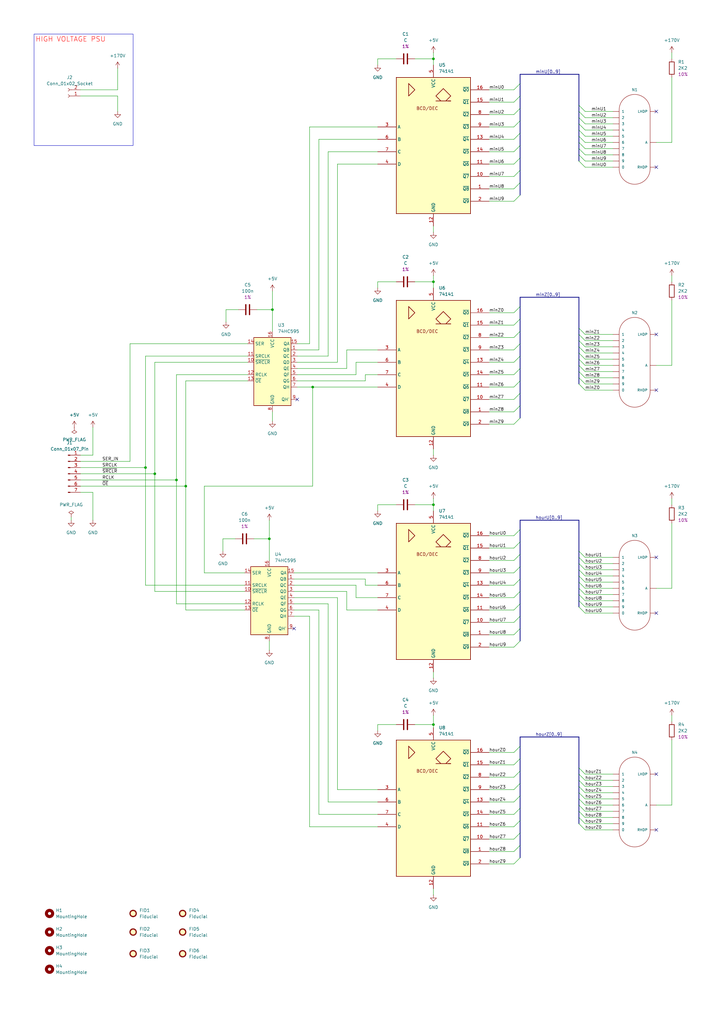
<source format=kicad_sch>
(kicad_sch (version 20231120) (generator "eeschema") (generator_version "8.0")
  (paper "A3" portrait)
  (title_block (title "RASPBERRY PI PICO NIXIE CLOCK") (date "2024-07-27") (rev "A") (comment 1 "Author: Octavian Ionut Craciun"))
  (lib_symbols
    (symbol "74xx:74HC595"
      (property "Reference" "U" (at -7.62 13.97 0))
      (property "Value" "74HC595" (at -7.62 -16.51 0))
      (symbol "74HC595_1_0"
        (pin tri_state line (at 10.16 7.62 180) (length 2.54) (name "QB") (number "1"))
        (pin input line (at -10.16 2.54 0) (length 2.54) (name "~{SRCLR}") (number "10"))
        (pin input line (at -10.16 5.08 0) (length 2.54) (name "SRCLK") (number "11"))
        (pin input line (at -10.16 -2.54 0) (length 2.54) (name "RCLK") (number "12"))
        (pin input line (at -10.16 -5.08 0) (length 2.54) (name "~{OE}") (number "13"))
        (pin input line (at -10.16 10.16 0) (length 2.54) (name "SER") (number "14"))
        (pin tri_state line (at 10.16 10.16 180) (length 2.54) (name "QA") (number "15"))
        (pin power_in line (at 0 15.24 270) (length 2.54) (name "VCC") (number "16"))
        (pin tri_state line (at 10.16 5.08 180) (length 2.54) (name "QC") (number "2"))
        (pin tri_state line (at 10.16 2.54 180) (length 2.54) (name "QD") (number "3"))
        (pin tri_state line (at 10.16 0 180) (length 2.54) (name "QE") (number "4"))
        (pin tri_state line (at 10.16 -2.54 180) (length 2.54) (name "QF") (number "5"))
        (pin tri_state line (at 10.16 -5.08 180) (length 2.54) (name "QG") (number "6"))
        (pin tri_state line (at 10.16 -7.62 180) (length 2.54) (name "QH") (number "7"))
        (pin power_in line (at 0 -17.78 90) (length 2.54) (name "GND") (number "8"))
        (pin output line (at 10.16 -12.7 180) (length 2.54) (name "QH'") (number "9"))
      )
      (symbol "74HC595_1_1"
        (rectangle (start -7.62 12.7) (end 7.62 -15.24) (stroke (width 0.254)) (fill (type background)))
      )
    )
    (symbol "74xx_IEEE:74141"
      (property "Reference" "U" (at 0 0 0))
      (property "Value" "74141" (at 15.24 -30.48 0))
      (symbol "74141_0_0"
        (polyline (pts (xy 7.112 18.288) (xy 6.096 18.288) (xy 6.096 18.288)) (stroke (width 0.254)) (fill (type background)))
        (polyline (pts (xy -10.16 25.4) (xy -10.16 20.32) (xy -7.62 22.86) (xy -10.16 25.4) (xy -10.16 25.4)) (stroke (width 0.254)) (fill (type background)))
        (polyline (pts (xy 5.08 18.288) (xy 7.112 20.32) (xy 4.064 23.368) (xy 1.016 20.32) (xy 3.048 18.288) (xy 1.016 18.288) (xy 7.112 18.288)) (stroke (width 0.254)) (fill (type background)))
        (text "BCD/DEC" (at -2.54 15.24 0) (effects (font (size 1.27 1.27))))
        (pin power_in line (at 0 -33.02 90) (length 5.08) (name "GND") (number "12"))
        (pin power_in line (at 0 33.02 270) (length 5.08) (name "VCC") (number "5"))
      )
      (symbol "74141_0_1"
        (rectangle (start -15.24 27.94) (end 15.24 -27.94) (stroke (width 0.254)) (fill (type background)))
      )
      (symbol "74141_1_1"
        (pin open_collector line (at 22.86 -17.78 180) (length 7.62) (name "~{Q8}") (number "1"))
        (pin open_collector line (at 22.86 -12.7 180) (length 7.62) (name "~{Q7}") (number "10"))
        (pin open_collector line (at 22.86 -7.62 180) (length 7.62) (name "~{Q6}") (number "11"))
        (pin open_collector line (at 22.86 2.54 180) (length 7.62) (name "~{Q4}") (number "13"))
        (pin open_collector line (at 22.86 -2.54 180) (length 7.62) (name "~{Q5}") (number "14"))
        (pin open_collector line (at 22.86 17.78 180) (length 7.62) (name "~{Q1}") (number "15"))
        (pin open_collector line (at 22.86 22.86 180) (length 7.62) (name "~{Q0}") (number "16"))
        (pin open_collector line (at 22.86 -22.86 180) (length 7.62) (name "~{Q9}") (number "2"))
        (pin input line (at -22.86 7.62 0) (length 7.62) (name "A") (number "3"))
        (pin input line (at -22.86 -7.62 0) (length 7.62) (name "D") (number "4"))
        (pin input line (at -22.86 2.54 0) (length 7.62) (name "B") (number "6"))
        (pin input line (at -22.86 -2.54 0) (length 7.62) (name "C") (number "7"))
        (pin open_collector line (at 22.86 12.7 180) (length 7.62) (name "~{Q2}") (number "8"))
        (pin open_collector line (at 22.86 7.62 180) (length 7.62) (name "~{Q3}") (number "9"))
      )
    )
    (symbol "Connector:Conn_01x02_Socket" (pin_names (offset 1.016) hide)
      (property "Reference" "J" (at 0 2.54 0))
      (property "Value" "Conn_01x02_Socket" (at 0 -5.08 0))
      (symbol "Conn_01x02_Socket_1_1"
        (arc (start 0 -2.032) (mid -0.5058 -2.54) (end 0 -3.048) (stroke (width 0.1524)))
        (polyline (pts (xy -1.27 -2.54) (xy -0.508 -2.54)) (stroke (width 0.1524)))
        (polyline (pts (xy -1.27 0) (xy -0.508 0)) (stroke (width 0.1524)))
        (arc (start 0 0.508) (mid -0.5058 0) (end 0 -0.508) (stroke (width 0.1524)))
        (pin passive line (at -5.08 0 0) (length 3.81) (name "Pin_1") (number "1"))
        (pin passive line (at -5.08 -2.54 0) (length 3.81) (name "Pin_2") (number "2"))
      )
    )
    (symbol "Connector:Conn_01x07_Pin" (pin_names (offset 1.016) hide)
      (property "Reference" "J" (at 0 10.16 0))
      (property "Value" "Conn_01x07_Pin" (at 0 -10.16 0))
      (symbol "Conn_01x07_Pin_1_1"
        (polyline (pts (xy 1.27 -7.62) (xy 0.8636 -7.62)) (stroke (width 0.1524)))
        (polyline (pts (xy 1.27 -5.08) (xy 0.8636 -5.08)) (stroke (width 0.1524)))
        (polyline (pts (xy 1.27 -2.54) (xy 0.8636 -2.54)) (stroke (width 0.1524)))
        (polyline (pts (xy 1.27 0) (xy 0.8636 0)) (stroke (width 0.1524)))
        (polyline (pts (xy 1.27 2.54) (xy 0.8636 2.54)) (stroke (width 0.1524)))
        (polyline (pts (xy 1.27 5.08) (xy 0.8636 5.08)) (stroke (width 0.1524)))
        (polyline (pts (xy 1.27 7.62) (xy 0.8636 7.62)) (stroke (width 0.1524)))
        (rectangle (start 0.8636 -7.493) (end 0 -7.747) (stroke (width 0.1524)) (fill (type outline)))
        (rectangle (start 0.8636 -4.953) (end 0 -5.207) (stroke (width 0.1524)) (fill (type outline)))
        (rectangle (start 0.8636 -2.413) (end 0 -2.667) (stroke (width 0.1524)) (fill (type outline)))
        (rectangle (start 0.8636 0.127) (end 0 -0.127) (stroke (width 0.1524)) (fill (type outline)))
        (rectangle (start 0.8636 2.667) (end 0 2.413) (stroke (width 0.1524)) (fill (type outline)))
        (rectangle (start 0.8636 5.207) (end 0 4.953) (stroke (width 0.1524)) (fill (type outline)))
        (rectangle (start 0.8636 7.747) (end 0 7.493) (stroke (width 0.1524)) (fill (type outline)))
        (pin passive line (at 5.08 7.62 180) (length 3.81) (name "Pin_1") (number "1"))
        (pin passive line (at 5.08 5.08 180) (length 3.81) (name "Pin_2") (number "2"))
        (pin passive line (at 5.08 2.54 180) (length 3.81) (name "Pin_3") (number "3"))
        (pin passive line (at 5.08 0 180) (length 3.81) (name "Pin_4") (number "4"))
        (pin passive line (at 5.08 -2.54 180) (length 3.81) (name "Pin_5") (number "5"))
        (pin passive line (at 5.08 -5.08 180) (length 3.81) (name "Pin_6") (number "6"))
        (pin passive line (at 5.08 -7.62 180) (length 3.81) (name "Pin_7") (number "7"))
      )
    )
    (symbol "Device:C" (pin_numbers hide) (pin_names (offset 0.254))
      (property "Reference" "C" (at 0.635 2.54 0))
      (property "Value" "C" (at 0.635 -2.54 0))
      (property "Tolerance" "1%" (at -2.286 2.286 0))
      (symbol "C_0_1"
        (polyline (pts (xy -2.032 -0.762) (xy 2.032 -0.762)) (stroke (width 0.508)))
        (polyline (pts (xy -2.032 0.762) (xy 2.032 0.762)) (stroke (width 0.508)))
      )
      (symbol "C_1_1"
        (pin passive line (at 0 3.81 270) (length 2.794) (name "~") (number "1"))
        (pin passive line (at 0 -3.81 90) (length 2.794) (name "~") (number "2"))
      )
    )
    (symbol "Device:R" (pin_numbers hide) (pin_names (offset 0))
      (property "Reference" "R" (at 2.032 0 90))
      (property "Value" "R" (at 0 0 90))
      (property "Tolerance" "1%" (at 0 0 0))
      (symbol "R_0_1"
        (rectangle (start -1.016 -2.54) (end 1.016 2.54) (stroke (width 0.254)))
      )
      (symbol "R_1_1"
        (pin passive line (at 0 3.81 270) (length 1.27) (name "~") (number "1"))
        (pin passive line (at 0 -3.81 90) (length 1.27) (name "~") (number "2"))
      )
    )
    (symbol "Mechanical:Fiducial" (exclude_from_sim yes) (in_bom no)
      (property "Reference" "FID" (at 0 5.08 0))
      (property "Value" "Fiducial" (at 0 3.175 0))
      (symbol "Fiducial_0_1"
        (circle (center 0 0) (radius 1.27) (stroke (width 0.508)) (fill (type background)))
      )
    )
    (symbol "Mechanical:MountingHole" (pin_names (offset 1.016)) (exclude_from_sim yes) (in_bom no)
      (property "Reference" "H" (at 0 5.08 0))
      (property "Value" "MountingHole" (at 0 3.175 0))
      (symbol "MountingHole_0_1"
        (circle (center 0 0) (radius 1.27) (stroke (width 1.27)))
      )
    )
    (symbol "nixie_us:IN-14" (pin_numbers hide) (pin_names (offset 1.016))
      (property "Reference" "N" (at -2.54 18.415 0))
      (symbol "IN-14_1_0"
        (polyline (pts (xy -5.08 -13.335) (xy -5.08 10.795)))
        (polyline (pts (xy 7.62 -13.335) (xy 7.62 10.795)))
      )
      (symbol "IN-14_1_1"
        (arc (start -5.08 -13.335) (mid 1.27 -19.685) (end 7.62 -13.335))
        (arc (start 7.62 10.795) (mid 1.27 17.145) (end -5.08 10.795))
        (pin bidirectional line (at -7.62 -12.7 0) (length 2.54) (name "0") (number "0"))
        (pin bidirectional line (at -7.62 10.16 0) (length 2.54) (name "1") (number "1"))
        (pin bidirectional line (at -7.62 7.62 0) (length 2.54) (name "2") (number "2"))
        (pin bidirectional line (at -7.62 5.08 0) (length 2.54) (name "3") (number "3"))
        (pin bidirectional line (at -7.62 2.54 0) (length 2.54) (name "4") (number "4"))
        (pin bidirectional line (at -7.62 0 0) (length 2.54) (name "5") (number "5"))
        (pin bidirectional line (at -7.62 -2.54 0) (length 2.54) (name "6") (number "6"))
        (pin bidirectional line (at -7.62 -5.08 0) (length 2.54) (name "7") (number "7"))
        (pin bidirectional line (at -7.62 -7.62 0) (length 2.54) (name "8") (number "8"))
        (pin bidirectional line (at -7.62 -10.16 0) (length 2.54) (name "9") (number "9"))
        (pin bidirectional line (at 10.16 -2.54 180) (length 2.54) (name "A") (number "A"))
        (pin bidirectional line (at 10.16 10.16 180) (length 2.54) (name "LHDP") (number "LHDP"))
        (pin bidirectional line (at 10.16 -12.7 180) (length 2.54) (name "RHDP") (number "RHDP"))
      )
    )
    (symbol "power:+48V" (power) (pin_numbers hide) (pin_names (offset 0) hide)
      (property "Value" "+48V" (at 0 3.556 0))
      (symbol "+48V_0_1"
        (polyline (pts (xy -0.762 1.27) (xy 0 2.54)))
        (polyline (pts (xy 0 0) (xy 0 2.54)))
        (polyline (pts (xy 0 2.54) (xy 0.762 1.27)))
      )
      (symbol "+48V_1_1"
        (pin power_in line (at 0 0 90) (length 0) (name "~") (number "1"))
      )
    )
    (symbol "power:+5V" (power) (pin_numbers hide) (pin_names (offset 0) hide)
      (property "Value" "+5V" (at 0 3.556 0))
      (symbol "+5V_0_1"
        (polyline (pts (xy -0.762 1.27) (xy 0 2.54)))
        (polyline (pts (xy 0 0) (xy 0 2.54)))
        (polyline (pts (xy 0 2.54) (xy 0.762 1.27)))
      )
      (symbol "+5V_1_1"
        (pin power_in line (at 0 0 90) (length 0) (name "~") (number "1"))
      )
    )
    (symbol "power:GND" (power) (pin_numbers hide) (pin_names (offset 0) hide)
      (property "Value" "GND" (at 0 -3.81 0))
      (symbol "GND_0_1"
        (polyline (pts (xy 0 0) (xy 0 -1.27) (xy 1.27 -1.27) (xy 0 -2.54) (xy -1.27 -1.27) (xy 0 -1.27)))
      )
      (symbol "GND_1_1"
        (pin power_in line (at 0 0 270) (length 0) (name "~") (number "1"))
      )
    )
    (symbol "power:PWR_FLAG" (power) (pin_numbers hide) (pin_names (offset 0) hide)
      (property "Value" "PWR_FLAG" (at 0 3.81 0))
      (symbol "PWR_FLAG_0_0"
        (pin power_out line (at 0 0 90) (length 0) (name "~") (number "1"))
      )
      (symbol "PWR_FLAG_0_1"
        (polyline (pts (xy 0 0) (xy 0 1.27) (xy -1.016 1.905) (xy 0 2.54) (xy 1.016 1.905) (xy 0 1.27)))
      )
    )
  )
  (junction (at 110.49 220.98))
  (junction (at 59.69 191.77))
  (junction (at 177.8 297.18))
  (junction (at 111.76 127))
  (junction (at 177.8 115.57))
  (junction (at 177.8 24.13))
  (junction (at 76.2 199.39))
  (junction (at 72.39 196.85))
  (junction (at 128.27 158.75))
  (junction (at 63.5 194.31))
  (junction (at 177.8 207.01))
  (no_connect (at 269.24 228.6))
  (no_connect (at 269.24 137.16))
  (no_connect (at 269.24 317.5))
  (no_connect (at 269.24 340.36))
  (no_connect (at 121.92 163.83))
  (no_connect (at 269.24 45.72))
  (no_connect (at 269.24 68.58))
  (no_connect (at 269.24 160.02))
  (no_connect (at 269.24 251.46))
  (no_connect (at 120.65 257.81))
  (bus_entry (at 213.36 59.69) (size -2.54 2.54))
  (bus_entry (at 213.36 306.07) (size -2.54 2.54))
  (bus_entry (at 213.36 161.29) (size -2.54 2.54))
  (bus_entry (at 237.49 231.14) (size 2.54 2.54))
  (bus_entry (at 237.49 246.38) (size 2.54 2.54))
  (bus_entry (at 237.49 137.16) (size 2.54 2.54))
  (bus_entry (at 213.36 262.89) (size -2.54 2.54))
  (bus_entry (at 237.49 66.04) (size 2.54 2.54))
  (bus_entry (at 213.36 140.97) (size -2.54 2.54))
  (bus_entry (at 213.36 130.81) (size -2.54 2.54))
  (bus_entry (at 237.49 45.72) (size 2.54 2.54))
  (bus_entry (at 213.36 247.65) (size -2.54 2.54))
  (bus_entry (at 237.49 325.12) (size 2.54 2.54))
  (bus_entry (at 237.49 55.88) (size 2.54 2.54))
  (bus_entry (at 213.36 151.13) (size -2.54 2.54))
  (bus_entry (at 213.36 237.49) (size -2.54 2.54))
  (bus_entry (at 213.36 351.79) (size -2.54 2.54))
  (bus_entry (at 237.49 43.18) (size 2.54 2.54))
  (bus_entry (at 237.49 154.94) (size 2.54 2.54))
  (bus_entry (at 237.49 236.22) (size 2.54 2.54))
  (bus_entry (at 237.49 241.3) (size 2.54 2.54))
  (bus_entry (at 213.36 346.71) (size -2.54 2.54))
  (bus_entry (at 213.36 257.81) (size -2.54 2.54))
  (bus_entry (at 237.49 149.86) (size 2.54 2.54))
  (bus_entry (at 237.49 320.04) (size 2.54 2.54))
  (bus_entry (at 213.36 156.21) (size -2.54 2.54))
  (bus_entry (at 237.49 314.96) (size 2.54 2.54))
  (bus_entry (at 213.36 232.41) (size -2.54 2.54))
  (bus_entry (at 213.36 336.55) (size -2.54 2.54))
  (bus_entry (at 213.36 171.45) (size -2.54 2.54))
  (bus_entry (at 213.36 44.45) (size -2.54 2.54))
  (bus_entry (at 237.49 238.76) (size 2.54 2.54))
  (bus_entry (at 237.49 337.82) (size 2.54 2.54))
  (bus_entry (at 237.49 228.6) (size 2.54 2.54))
  (bus_entry (at 237.49 327.66) (size 2.54 2.54))
  (bus_entry (at 213.36 146.05) (size -2.54 2.54))
  (bus_entry (at 237.49 139.7) (size 2.54 2.54))
  (bus_entry (at 213.36 166.37) (size -2.54 2.54))
  (bus_entry (at 237.49 134.62) (size 2.54 2.54))
  (bus_entry (at 237.49 144.78) (size 2.54 2.54))
  (bus_entry (at 237.49 50.8) (size 2.54 2.54))
  (bus_entry (at 213.36 252.73) (size -2.54 2.54))
  (bus_entry (at 237.49 157.48) (size 2.54 2.54))
  (bus_entry (at 213.36 69.85) (size -2.54 2.54))
  (bus_entry (at 237.49 330.2) (size 2.54 2.54))
  (bus_entry (at 237.49 147.32) (size 2.54 2.54))
  (bus_entry (at 237.49 60.96) (size 2.54 2.54))
  (bus_entry (at 213.36 326.39) (size -2.54 2.54))
  (bus_entry (at 237.49 322.58) (size 2.54 2.54))
  (bus_entry (at 213.36 311.15) (size -2.54 2.54))
  (bus_entry (at 213.36 34.29) (size -2.54 2.54))
  (bus_entry (at 237.49 48.26) (size 2.54 2.54))
  (bus_entry (at 213.36 64.77) (size -2.54 2.54))
  (bus_entry (at 213.36 135.89) (size -2.54 2.54))
  (bus_entry (at 237.49 248.92) (size 2.54 2.54))
  (bus_entry (at 213.36 321.31) (size -2.54 2.54))
  (bus_entry (at 213.36 125.73) (size -2.54 2.54))
  (bus_entry (at 213.36 316.23) (size -2.54 2.54))
  (bus_entry (at 237.49 243.84) (size 2.54 2.54))
  (bus_entry (at 237.49 152.4) (size 2.54 2.54))
  (bus_entry (at 213.36 217.17) (size -2.54 2.54))
  (bus_entry (at 237.49 53.34) (size 2.54 2.54))
  (bus_entry (at 213.36 341.63) (size -2.54 2.54))
  (bus_entry (at 213.36 227.33) (size -2.54 2.54))
  (bus_entry (at 237.49 142.24) (size 2.54 2.54))
  (bus_entry (at 237.49 332.74) (size 2.54 2.54))
  (bus_entry (at 237.49 63.5) (size 2.54 2.54))
  (bus_entry (at 237.49 335.28) (size 2.54 2.54))
  (bus_entry (at 213.36 242.57) (size -2.54 2.54))
  (bus_entry (at 213.36 74.93) (size -2.54 2.54))
  (bus_entry (at 213.36 39.37) (size -2.54 2.54))
  (bus_entry (at 237.49 317.5) (size 2.54 2.54))
  (bus_entry (at 213.36 80.01) (size -2.54 2.54))
  (bus_entry (at 237.49 58.42) (size 2.54 2.54))
  (bus_entry (at 213.36 222.25) (size -2.54 2.54))
  (bus_entry (at 237.49 233.68) (size 2.54 2.54))
  (bus_entry (at 213.36 54.61) (size -2.54 2.54))
  (bus_entry (at 237.49 226.06) (size 2.54 2.54))
  (bus_entry (at 213.36 331.47) (size -2.54 2.54))
  (bus_entry (at 213.36 49.53) (size -2.54 2.54))
  (wire (pts (xy 200.66 72.39) (xy 210.82 72.39)))
  (bus (pts (xy 237.49 238.76) (xy 237.49 241.3)))
  (wire (pts (xy 269.24 330.2) (xy 275.59 330.2)))
  (bus (pts (xy 237.49 154.94) (xy 237.49 157.48)))
  (bus (pts (xy 213.36 306.07) (xy 213.36 302.26)))
  (bus (pts (xy 213.36 171.45) (xy 213.36 166.37)))
  (wire (pts (xy 240.03 243.84) (xy 251.46 243.84)))
  (wire (pts (xy 130.81 57.15) (xy 130.81 143.51)))
  (wire (pts (xy 120.65 242.57) (xy 142.24 242.57)))
  (wire (pts (xy 177.8 364.49) (xy 177.8 367.03)))
  (wire (pts (xy 76.2 156.21) (xy 76.2 199.39)))
  (bus (pts (xy 213.36 351.79) (xy 213.36 346.71)))
  (wire (pts (xy 200.66 250.19) (xy 210.82 250.19)))
  (wire (pts (xy 128.27 158.75) (xy 128.27 199.39)))
  (wire (pts (xy 154.94 57.15) (xy 130.81 57.15)))
  (bus (pts (xy 237.49 246.38) (xy 237.49 248.92)))
  (wire (pts (xy 275.59 214.63) (xy 275.59 241.3)))
  (wire (pts (xy 149.86 240.03) (xy 154.94 240.03)))
  (bus (pts (xy 237.49 63.5) (xy 237.49 66.04)))
  (wire (pts (xy 138.43 245.11) (xy 138.43 323.85)))
  (wire (pts (xy 76.2 199.39) (xy 76.2 250.19)))
  (wire (pts (xy 100.33 234.95) (xy 83.82 234.95)))
  (wire (pts (xy 154.94 148.59) (xy 146.05 148.59)))
  (bus (pts (xy 237.49 152.4) (xy 237.49 154.94)))
  (wire (pts (xy 240.03 55.88) (xy 251.46 55.88)))
  (wire (pts (xy 100.33 240.03) (xy 59.69 240.03)))
  (wire (pts (xy 240.03 66.04) (xy 251.46 66.04)))
  (wire (pts (xy 240.03 160.02) (xy 251.46 160.02)))
  (wire (pts (xy 110.49 213.36) (xy 110.49 220.98)))
  (bus (pts (xy 213.36 321.31) (xy 213.36 316.23)))
  (wire (pts (xy 240.03 335.28) (xy 251.46 335.28)))
  (wire (pts (xy 240.03 157.48) (xy 251.46 157.48)))
  (wire (pts (xy 105.41 127) (xy 111.76 127)))
  (wire (pts (xy 96.52 220.98) (xy 91.44 220.98)))
  (wire (pts (xy 149.86 237.49) (xy 149.86 240.03)))
  (bus (pts (xy 213.36 341.63) (xy 213.36 336.55)))
  (wire (pts (xy 240.03 152.4) (xy 251.46 152.4)))
  (wire (pts (xy 127 339.09) (xy 127 252.73)))
  (wire (pts (xy 240.03 48.26) (xy 251.46 48.26)))
  (bus (pts (xy 213.36 213.36) (xy 237.49 213.36)))
  (wire (pts (xy 33.02 39.37) (xy 48.26 39.37)))
  (bus (pts (xy 237.49 213.36) (xy 237.49 226.06)))
  (wire (pts (xy 240.03 325.12) (xy 251.46 325.12)))
  (wire (pts (xy 121.92 156.21) (xy 149.86 156.21)))
  (wire (pts (xy 200.66 344.17) (xy 210.82 344.17)))
  (wire (pts (xy 142.24 151.13) (xy 142.24 143.51)))
  (wire (pts (xy 275.59 21.59) (xy 275.59 24.13)))
  (wire (pts (xy 240.03 154.94) (xy 251.46 154.94)))
  (wire (pts (xy 240.03 58.42) (xy 251.46 58.42)))
  (bus (pts (xy 213.36 121.92) (xy 237.49 121.92)))
  (bus (pts (xy 213.36 39.37) (xy 213.36 34.29)))
  (bus (pts (xy 237.49 332.74) (xy 237.49 335.28)))
  (wire (pts (xy 53.34 189.23) (xy 53.34 140.97)))
  (wire (pts (xy 154.94 328.93) (xy 134.62 328.93)))
  (bus (pts (xy 213.36 302.26) (xy 237.49 302.26)))
  (wire (pts (xy 48.26 39.37) (xy 48.26 45.72)))
  (wire (pts (xy 120.65 245.11) (xy 138.43 245.11)))
  (wire (pts (xy 121.92 140.97) (xy 127 140.97)))
  (bus (pts (xy 237.49 58.42) (xy 237.49 60.96)))
  (wire (pts (xy 200.66 77.47) (xy 210.82 77.47)))
  (wire (pts (xy 240.03 317.5) (xy 251.46 317.5)))
  (wire (pts (xy 200.66 229.87) (xy 210.82 229.87)))
  (bus (pts (xy 213.36 237.49) (xy 213.36 232.41)))
  (wire (pts (xy 130.81 334.01) (xy 154.94 334.01)))
  (bus (pts (xy 237.49 139.7) (xy 237.49 142.24)))
  (wire (pts (xy 33.02 189.23) (xy 53.34 189.23)))
  (bus (pts (xy 237.49 317.5) (xy 237.49 320.04)))
  (wire (pts (xy 200.66 153.67) (xy 210.82 153.67)))
  (wire (pts (xy 38.1 201.93) (xy 38.1 213.36)))
  (wire (pts (xy 210.82 354.33) (xy 200.66 354.33)))
  (bus (pts (xy 237.49 233.68) (xy 237.49 236.22)))
  (wire (pts (xy 91.44 220.98) (xy 91.44 226.06)))
  (wire (pts (xy 275.59 31.75) (xy 275.59 58.42)))
  (wire (pts (xy 142.24 250.19) (xy 154.94 250.19)))
  (wire (pts (xy 200.66 133.35) (xy 210.82 133.35)))
  (wire (pts (xy 275.59 204.47) (xy 275.59 207.01)))
  (wire (pts (xy 127 52.07) (xy 154.94 52.07)))
  (wire (pts (xy 275.59 293.37) (xy 275.59 295.91)))
  (wire (pts (xy 83.82 234.95) (xy 83.82 199.39)))
  (bus (pts (xy 237.49 147.32) (xy 237.49 149.86)))
  (bus (pts (xy 237.49 60.96) (xy 237.49 63.5)))
  (wire (pts (xy 154.94 24.13) (xy 162.56 24.13)))
  (wire (pts (xy 200.66 328.93) (xy 210.82 328.93)))
  (bus (pts (xy 237.49 121.92) (xy 237.49 134.62)))
  (bus (pts (xy 213.36 125.73) (xy 213.36 121.92)))
  (wire (pts (xy 200.66 41.91) (xy 210.82 41.91)))
  (wire (pts (xy 154.94 26.67) (xy 154.94 24.13)))
  (bus (pts (xy 237.49 241.3) (xy 237.49 243.84)))
  (bus (pts (xy 213.36 252.73) (xy 213.36 247.65)))
  (wire (pts (xy 110.49 262.89) (xy 110.49 266.7)))
  (bus (pts (xy 213.36 130.81) (xy 213.36 125.73)))
  (wire (pts (xy 33.02 194.31) (xy 63.5 194.31)))
  (wire (pts (xy 59.69 191.77) (xy 59.69 240.03)))
  (bus (pts (xy 237.49 48.26) (xy 237.49 50.8)))
  (bus (pts (xy 213.36 151.13) (xy 213.36 146.05)))
  (bus (pts (xy 213.36 222.25) (xy 213.36 217.17)))
  (bus (pts (xy 213.36 64.77) (xy 213.36 59.69)))
  (wire (pts (xy 48.26 27.94) (xy 48.26 36.83)))
  (bus (pts (xy 213.36 140.97) (xy 213.36 135.89)))
  (wire (pts (xy 154.94 299.72) (xy 154.94 297.18)))
  (wire (pts (xy 134.62 146.05) (xy 134.62 62.23)))
  (wire (pts (xy 240.03 320.04) (xy 251.46 320.04)))
  (wire (pts (xy 63.5 194.31) (xy 63.5 242.57)))
  (wire (pts (xy 149.86 156.21) (xy 149.86 153.67)))
  (wire (pts (xy 154.94 115.57) (xy 162.56 115.57)))
  (wire (pts (xy 130.81 143.51) (xy 121.92 143.51)))
  (wire (pts (xy 142.24 242.57) (xy 142.24 250.19)))
  (wire (pts (xy 240.03 236.22) (xy 251.46 236.22)))
  (wire (pts (xy 200.66 240.03) (xy 210.82 240.03)))
  (bus (pts (xy 213.36 49.53) (xy 213.36 44.45)))
  (wire (pts (xy 200.66 219.71) (xy 210.82 219.71)))
  (wire (pts (xy 154.94 245.11) (xy 146.05 245.11)))
  (wire (pts (xy 240.03 332.74) (xy 251.46 332.74)))
  (wire (pts (xy 269.24 58.42) (xy 275.59 58.42)))
  (wire (pts (xy 111.76 168.91) (xy 111.76 172.72)))
  (wire (pts (xy 240.03 142.24) (xy 251.46 142.24)))
  (bus (pts (xy 237.49 320.04) (xy 237.49 322.58)))
  (wire (pts (xy 33.02 199.39) (xy 76.2 199.39)))
  (wire (pts (xy 154.94 339.09) (xy 127 339.09)))
  (wire (pts (xy 200.66 349.25) (xy 210.82 349.25)))
  (wire (pts (xy 177.8 275.59) (xy 177.8 278.13)))
  (wire (pts (xy 177.8 24.13) (xy 170.18 24.13)))
  (bus (pts (xy 237.49 142.24) (xy 237.49 144.78)))
  (bus (pts (xy 237.49 327.66) (xy 237.49 330.2)))
  (bus (pts (xy 237.49 43.18) (xy 237.49 45.72)))
  (wire (pts (xy 240.03 246.38) (xy 251.46 246.38)))
  (wire (pts (xy 59.69 146.05) (xy 59.69 191.77)))
  (wire (pts (xy 177.8 92.71) (xy 177.8 95.25)))
  (bus (pts (xy 213.36 311.15) (xy 213.36 306.07)))
  (wire (pts (xy 120.65 234.95) (xy 154.94 234.95)))
  (wire (pts (xy 121.92 158.75) (xy 128.27 158.75)))
  (wire (pts (xy 120.65 250.19) (xy 130.81 250.19)))
  (bus (pts (xy 213.36 326.39) (xy 213.36 321.31)))
  (bus (pts (xy 213.36 257.81) (xy 213.36 252.73)))
  (wire (pts (xy 200.66 143.51) (xy 210.82 143.51)))
  (bus (pts (xy 213.36 227.33) (xy 213.36 222.25)))
  (wire (pts (xy 146.05 153.67) (xy 121.92 153.67)))
  (bus (pts (xy 213.36 34.29) (xy 213.36 30.48)))
  (wire (pts (xy 154.94 297.18) (xy 162.56 297.18)))
  (wire (pts (xy 240.03 50.8) (xy 251.46 50.8)))
  (wire (pts (xy 170.18 297.18) (xy 177.8 297.18)))
  (bus (pts (xy 213.36 146.05) (xy 213.36 140.97)))
  (wire (pts (xy 177.8 204.47) (xy 177.8 207.01)))
  (wire (pts (xy 100.33 250.19) (xy 76.2 250.19)))
  (wire (pts (xy 72.39 153.67) (xy 101.6 153.67)))
  (wire (pts (xy 240.03 248.92) (xy 251.46 248.92)))
  (bus (pts (xy 213.36 331.47) (xy 213.36 326.39)))
  (bus (pts (xy 213.36 30.48) (xy 237.49 30.48)))
  (wire (pts (xy 154.94 67.31) (xy 138.43 67.31)))
  (wire (pts (xy 240.03 241.3) (xy 251.46 241.3)))
  (wire (pts (xy 200.66 323.85) (xy 210.82 323.85)))
  (wire (pts (xy 146.05 245.11) (xy 146.05 240.03)))
  (wire (pts (xy 128.27 158.75) (xy 154.94 158.75)))
  (wire (pts (xy 200.66 62.23) (xy 210.82 62.23)))
  (bus (pts (xy 237.49 134.62) (xy 237.49 137.16)))
  (wire (pts (xy 275.59 303.53) (xy 275.59 330.2)))
  (bus (pts (xy 213.36 217.17) (xy 213.36 213.36)))
  (wire (pts (xy 200.66 57.15) (xy 210.82 57.15)))
  (wire (pts (xy 177.8 113.03) (xy 177.8 115.57)))
  (wire (pts (xy 29.21 212.09) (xy 29.21 213.36)))
  (wire (pts (xy 200.66 234.95) (xy 210.82 234.95)))
  (bus (pts (xy 213.36 316.23) (xy 213.36 311.15)))
  (wire (pts (xy 121.92 146.05) (xy 134.62 146.05)))
  (wire (pts (xy 63.5 148.59) (xy 63.5 194.31)))
  (bus (pts (xy 213.36 135.89) (xy 213.36 130.81)))
  (bus (pts (xy 237.49 55.88) (xy 237.49 58.42)))
  (wire (pts (xy 240.03 63.5) (xy 251.46 63.5)))
  (wire (pts (xy 240.03 228.6) (xy 251.46 228.6)))
  (wire (pts (xy 200.66 308.61) (xy 210.82 308.61)))
  (wire (pts (xy 177.8 293.37) (xy 177.8 297.18)))
  (wire (pts (xy 177.8 207.01) (xy 177.8 209.55)))
  (bus (pts (xy 213.36 69.85) (xy 213.36 64.77)))
  (wire (pts (xy 200.66 163.83) (xy 210.82 163.83)))
  (wire (pts (xy 110.49 220.98) (xy 110.49 229.87)))
  (bus (pts (xy 237.49 231.14) (xy 237.49 233.68)))
  (wire (pts (xy 240.03 337.82) (xy 251.46 337.82)))
  (wire (pts (xy 142.24 143.51) (xy 154.94 143.51)))
  (bus (pts (xy 237.49 50.8) (xy 237.49 53.34)))
  (wire (pts (xy 240.03 139.7) (xy 251.46 139.7)))
  (wire (pts (xy 200.66 334.01) (xy 210.82 334.01)))
  (bus (pts (xy 213.36 156.21) (xy 213.36 151.13)))
  (bus (pts (xy 237.49 330.2) (xy 237.49 332.74)))
  (wire (pts (xy 138.43 323.85) (xy 154.94 323.85)))
  (wire (pts (xy 76.2 156.21) (xy 101.6 156.21)))
  (wire (pts (xy 130.81 250.19) (xy 130.81 334.01)))
  (wire (pts (xy 33.02 201.93) (xy 38.1 201.93)))
  (wire (pts (xy 200.66 128.27) (xy 210.82 128.27)))
  (bus (pts (xy 237.49 226.06) (xy 237.49 228.6)))
  (wire (pts (xy 121.92 151.13) (xy 142.24 151.13)))
  (wire (pts (xy 240.03 68.58) (xy 251.46 68.58)))
  (bus (pts (xy 237.49 302.26) (xy 237.49 314.96)))
  (wire (pts (xy 200.66 67.31) (xy 210.82 67.31)))
  (wire (pts (xy 100.33 247.65) (xy 72.39 247.65)))
  (wire (pts (xy 38.1 175.26) (xy 38.1 186.69)))
  (bus (pts (xy 237.49 335.28) (xy 237.49 337.82)))
  (wire (pts (xy 111.76 127) (xy 111.76 135.89)))
  (wire (pts (xy 200.66 255.27) (xy 210.82 255.27)))
  (wire (pts (xy 72.39 153.67) (xy 72.39 196.85)))
  (wire (pts (xy 104.14 220.98) (xy 110.49 220.98)))
  (wire (pts (xy 200.66 260.35) (xy 210.82 260.35)))
  (wire (pts (xy 200.66 168.91) (xy 210.82 168.91)))
  (wire (pts (xy 134.62 247.65) (xy 120.65 247.65)))
  (wire (pts (xy 177.8 21.59) (xy 177.8 24.13)))
  (wire (pts (xy 146.05 148.59) (xy 146.05 153.67)))
  (bus (pts (xy 237.49 144.78) (xy 237.49 147.32)))
  (bus (pts (xy 237.49 137.16) (xy 237.49 139.7)))
  (bus (pts (xy 213.36 232.41) (xy 213.36 227.33)))
  (wire (pts (xy 240.03 144.78) (xy 251.46 144.78)))
  (bus (pts (xy 237.49 314.96) (xy 237.49 317.5)))
  (wire (pts (xy 210.82 82.55) (xy 200.66 82.55)))
  (wire (pts (xy 134.62 328.93) (xy 134.62 247.65)))
  (bus (pts (xy 213.36 59.69) (xy 213.36 54.61)))
  (bus (pts (xy 237.49 30.48) (xy 237.49 43.18)))
  (wire (pts (xy 200.66 339.09) (xy 210.82 339.09)))
  (wire (pts (xy 138.43 67.31) (xy 138.43 148.59)))
  (wire (pts (xy 240.03 147.32) (xy 251.46 147.32)))
  (wire (pts (xy 92.71 127) (xy 92.71 132.08)))
  (wire (pts (xy 200.66 46.99) (xy 210.82 46.99)))
  (wire (pts (xy 149.86 153.67) (xy 154.94 153.67)))
  (wire (pts (xy 127 140.97) (xy 127 52.07)))
  (bus (pts (xy 213.36 74.93) (xy 213.36 69.85)))
  (wire (pts (xy 240.03 238.76) (xy 251.46 238.76)))
  (wire (pts (xy 177.8 297.18) (xy 177.8 298.45)))
  (wire (pts (xy 200.66 52.07) (xy 210.82 52.07)))
  (wire (pts (xy 170.18 207.01) (xy 177.8 207.01)))
  (wire (pts (xy 269.24 241.3) (xy 275.59 241.3)))
  (wire (pts (xy 177.8 115.57) (xy 177.8 118.11)))
  (wire (pts (xy 240.03 322.58) (xy 251.46 322.58)))
  (bus (pts (xy 213.36 80.01) (xy 213.36 74.93)))
  (wire (pts (xy 240.03 53.34) (xy 251.46 53.34)))
  (bus (pts (xy 213.36 161.29) (xy 213.36 156.21)))
  (wire (pts (xy 120.65 237.49) (xy 149.86 237.49)))
  (wire (pts (xy 200.66 313.69) (xy 210.82 313.69)))
  (wire (pts (xy 240.03 330.2) (xy 251.46 330.2)))
  (wire (pts (xy 138.43 148.59) (xy 121.92 148.59)))
  (wire (pts (xy 240.03 231.14) (xy 251.46 231.14)))
  (wire (pts (xy 240.03 340.36) (xy 251.46 340.36)))
  (wire (pts (xy 210.82 265.43) (xy 200.66 265.43)))
  (wire (pts (xy 240.03 45.72) (xy 251.46 45.72)))
  (wire (pts (xy 33.02 196.85) (xy 72.39 196.85)))
  (wire (pts (xy 240.03 327.66) (xy 251.46 327.66)))
  (wire (pts (xy 269.24 149.86) (xy 275.59 149.86)))
  (bus (pts (xy 213.36 54.61) (xy 213.36 49.53)))
  (wire (pts (xy 97.79 127) (xy 92.71 127)))
  (wire (pts (xy 275.59 113.03) (xy 275.59 115.57)))
  (wire (pts (xy 200.66 245.11) (xy 210.82 245.11)))
  (wire (pts (xy 127 252.73) (xy 120.65 252.73)))
  (wire (pts (xy 240.03 137.16) (xy 251.46 137.16)))
  (wire (pts (xy 240.03 60.96) (xy 251.46 60.96)))
  (wire (pts (xy 200.66 318.77) (xy 210.82 318.77)))
  (wire (pts (xy 200.66 224.79) (xy 210.82 224.79)))
  (wire (pts (xy 63.5 148.59) (xy 101.6 148.59)))
  (wire (pts (xy 111.76 119.38) (xy 111.76 127)))
  (bus (pts (xy 237.49 53.34) (xy 237.49 55.88)))
  (wire (pts (xy 240.03 233.68) (xy 251.46 233.68)))
  (wire (pts (xy 33.02 36.83) (xy 48.26 36.83)))
  (wire (pts (xy 200.66 148.59) (xy 210.82 148.59)))
  (bus (pts (xy 237.49 228.6) (xy 237.49 231.14)))
  (wire (pts (xy 72.39 196.85) (xy 72.39 247.65)))
  (bus (pts (xy 213.36 166.37) (xy 213.36 161.29)))
  (bus (pts (xy 213.36 247.65) (xy 213.36 242.57)))
  (wire (pts (xy 177.8 184.15) (xy 177.8 186.69)))
  (bus (pts (xy 237.49 243.84) (xy 237.49 246.38)))
  (wire (pts (xy 170.18 115.57) (xy 177.8 115.57)))
  (wire (pts (xy 240.03 251.46) (xy 251.46 251.46)))
  (bus (pts (xy 237.49 149.86) (xy 237.49 152.4)))
  (bus (pts (xy 213.36 44.45) (xy 213.36 39.37)))
  (wire (pts (xy 59.69 146.05) (xy 101.6 146.05)))
  (wire (pts (xy 154.94 207.01) (xy 162.56 207.01)))
  (wire (pts (xy 275.59 123.19) (xy 275.59 149.86)))
  (bus (pts (xy 213.36 262.89) (xy 213.36 257.81)))
  (wire (pts (xy 134.62 62.23) (xy 154.94 62.23)))
  (bus (pts (xy 237.49 322.58) (xy 237.49 325.12)))
  (bus (pts (xy 237.49 325.12) (xy 237.49 327.66)))
  (bus (pts (xy 237.49 236.22) (xy 237.49 238.76)))
  (wire (pts (xy 154.94 118.11) (xy 154.94 115.57)))
  (wire (pts (xy 200.66 158.75) (xy 210.82 158.75)))
  (wire (pts (xy 177.8 24.13) (xy 177.8 26.67)))
  (bus (pts (xy 213.36 242.57) (xy 213.36 237.49)))
  (wire (pts (xy 33.02 191.77) (xy 59.69 191.77)))
  (wire (pts (xy 100.33 242.57) (xy 63.5 242.57)))
  (wire (pts (xy 33.02 186.69) (xy 38.1 186.69)))
  (wire (pts (xy 53.34 140.97) (xy 101.6 140.97)))
  (wire (pts (xy 200.66 138.43) (xy 210.82 138.43)))
  (wire (pts (xy 154.94 209.55) (xy 154.94 207.01)))
  (wire (pts (xy 210.82 173.99) (xy 200.66 173.99)))
  (bus (pts (xy 213.36 346.71) (xy 213.36 341.63)))
  (bus (pts (xy 213.36 336.55) (xy 213.36 331.47)))
  (wire (pts (xy 146.05 240.03) (xy 120.65 240.03)))
  (wire (pts (xy 240.03 149.86) (xy 251.46 149.86)))
  (bus (pts (xy 237.49 45.72) (xy 237.49 48.26)))
  (wire (pts (xy 83.82 199.39) (xy 128.27 199.39)))
  (wire (pts (xy 200.66 36.83) (xy 210.82 36.83)))
  (rectangle (start 13.97 13.97) (end 54.61 59.69))
  (text "HIGH VOLTAGE PSU" (at 28.956 16.256 0) (effects (font (size 2 2))))
  (label "minZ9" (at 240.03 157.48 0))
  (label "minU4" (at 200.66 57.15 0))
  (label "hourZ5" (at 200.66 334.01 0))
  (label "minU[0..9]" (at 219.71 30.48 0))
  (label "minZ0" (at 240.03 160.02 0))
  (label "hourU3" (at 240.03 233.68 0))
  (label "minZ0" (at 200.66 128.27 0))
  (label "minU5" (at 200.66 62.23 0))
  (label "minZ6" (at 200.66 158.75 0))
  (label "hourU0" (at 240.03 251.46 0))
  (label "SRCLK" (at 41.91 191.77 0))
  (label "minZ2" (at 240.03 139.7 0))
  (label "RCLK" (at 41.91 196.85 0))
  (label "hourZ4" (at 240.03 325.12 0))
  (label "hourZ5" (at 240.03 327.66 0))
  (label "minZ1" (at 240.03 137.16 0))
  (label "minU1" (at 242.57 45.72 0))
  (label "minZ8" (at 240.03 154.94 0))
  (label "hourU2" (at 200.66 229.87 0))
  (label "hourZ0" (at 240.03 340.36 0))
  (label "minZ5" (at 240.03 147.32 0))
  (label "~{OE}" (at 41.91 199.39 0))
  (label "minU0" (at 200.66 36.83 0))
  (label "hourZ7" (at 240.03 332.74 0))
  (label "hourU3" (at 200.66 234.95 0))
  (label "hourU1" (at 240.03 228.6 0))
  (label "hourZ2" (at 240.03 320.04 0))
  (label "minU1" (at 200.66 41.91 0))
  (label "hourZ0" (at 200.66 308.61 0))
  (label "hourU8" (at 200.66 260.35 0))
  (label "hourU9" (at 200.66 265.43 0))
  (label "SER_IN" (at 41.91 189.23 0))
  (label "minU7" (at 200.66 72.39 0))
  (label "hourZ6" (at 200.66 339.09 0))
  (label "hourU9" (at 240.03 248.92 0))
  (label "minZ4" (at 240.03 144.78 0))
  (label "minZ8" (at 200.66 168.91 0))
  (label "minZ7" (at 200.66 163.83 0))
  (label "hourU1" (at 200.66 224.79 0))
  (label "hourZ1" (at 200.66 313.69 0))
  (label "minZ3" (at 240.03 142.24 0))
  (label "hourU4" (at 200.66 240.03 0))
  (label "hourU5" (at 200.66 245.11 0))
  (label "hourU7" (at 200.66 255.27 0))
  (label "hourZ7" (at 200.66 344.17 0))
  (label "hourZ4" (at 200.66 328.93 0))
  (label "minZ1" (at 200.66 133.35 0))
  (label "hourZ2" (at 200.66 318.77 0))
  (label "hourZ9" (at 240.03 337.82 0))
  (label "hourU4" (at 240.03 236.22 0))
  (label "minU7" (at 242.57 60.96 0))
  (label "hourZ8" (at 240.03 335.28 0))
  (label "minZ[0..9]" (at 219.71 121.92 0))
  (label "hourU5" (at 240.03 238.76 0))
  (label "minU6" (at 242.57 58.42 0))
  (label "minU3" (at 200.66 52.07 0))
  (label "hourZ3" (at 200.66 323.85 0))
  (label "~{SRCLR}" (at 41.91 194.31 0))
  (label "hourU0" (at 200.66 219.71 0))
  (label "minU9" (at 242.57 66.04 0))
  (label "minZ3" (at 200.66 143.51 0))
  (label "minZ2" (at 200.66 138.43 0))
  (label "hourU2" (at 240.03 231.14 0))
  (label "minU2" (at 242.57 48.26 0))
  (label "hourZ9" (at 200.66 354.33 0))
  (label "hourZ6" (at 240.03 330.2 0))
  (label "minU6" (at 200.66 67.31 0))
  (label "minU0" (at 242.57 68.58 0))
  (label "hourU6" (at 200.66 250.19 0))
  (label "hourU8" (at 240.03 246.38 0))
  (label "minU3" (at 242.57 50.8 0))
  (label "minU8" (at 200.66 77.47 0))
  (label "hourZ3" (at 240.03 322.58 0))
  (label "minZ5" (at 200.66 153.67 0))
  (label "hourZ[0..9]" (at 219.71 302.26 0))
  (label "minZ4" (at 200.66 148.59 0))
  (label "hourU[0..9]" (at 219.71 213.36 0))
  (label "minZ6" (at 240.03 149.86 0))
  (label "minZ9" (at 200.66 173.99 0))
  (label "minU2" (at 200.66 46.99 0))
  (label "minZ7" (at 240.03 152.4 0))
  (label "hourZ1" (at 240.03 317.5 0))
  (label "hourU7" (at 240.03 243.84 0))
  (label "minU4" (at 242.57 53.34 0))
  (label "minU5" (at 242.57 55.88 0))
  (label "minU8" (at 242.57 63.5 0))
  (label "minU9" (at 200.66 82.55 0))
  (label "hourZ8" (at 200.66 349.25 0))
  (label "hourU6" (at 240.03 241.3 0))
  (symbol (lib_id "power:+5V") (at 177.8 204.47 0) (unit 1)
    (property "Reference" "#PWR04" (effects (hide yes)))
    (property "Value" "+5V" (at 177.8 199.39 0))
    (property "Description" "Power symbol creates a global label with name \"+5V\"" (effects (hide yes)))
  )
  (symbol (lib_id "74xx_IEEE:74141") (at 177.8 331.47 0) (unit 1)
    (property "Reference" "U8" (at 179.9941 298.45 0) (effects (justify left)))
    (property "Value" "74141" (at 179.9941 300.99 0) (effects (justify left)))
    (property "Footprint" "Package_DIP:DIP-16_W7.62mm_Socket_LongPads" (effects (hide yes)))
    (property "Datasheet" "https://g3ynh.info/digrdout/74141.html" (effects (hide yes)))
  )
  (symbol (lib_id "power:GND") (at 92.71 132.08 0) (unit 1)
    (property "Reference" "#PWR022" (effects (hide yes)))
    (property "Value" "GND" (at 92.71 137.16 0))
    (property "Description" "Power symbol creates a global label with name \"GND\" , ground" (effects (hide yes)))
  )
  (symbol (lib_id "Device:C") (at 166.37 207.01 90) (mirror x) (unit 1)
    (property "Reference" "C3" (at 166.37 196.85 90))
    (property "Value" "C" (at 166.37 199.39 90))
    (property "Footprint" "Capacitor_THT:C_Disc_D3.0mm_W1.6mm_P2.50mm" (effects (hide yes)))
    (property "Description" "Unpolarized capacitor" (effects (hide yes)))
    (property "Tolerance" "1%" (at 166.37 201.93 90))
  )
  (symbol (lib_id "power:GND") (at 177.8 95.25 0) (unit 1)
    (property "Reference" "#PWR014" (effects (hide yes)))
    (property "Value" "GND" (at 177.8 100.33 0))
    (property "Description" "Power symbol creates a global label with name \"GND\" , ground" (effects (hide yes)))
  )
  (symbol (lib_id "nixie_us:IN-14") (at 259.08 147.32 0) (unit 1)
    (property "Reference" "N2" (at 260.35 128.27 0) (effects (font (size 1.143 1.143))))
    (property "Value" "IN-14" (effects (hide yes)))
    (property "Footprint" "nixies-us:nixies-us-IN-14" (effects (hide yes)))
  )
  (symbol (lib_id "power:GND") (at 177.8 278.13 0) (unit 1)
    (property "Reference" "#PWR012" (effects (hide yes)))
    (property "Value" "GND" (at 177.8 283.21 0))
    (property "Description" "Power symbol creates a global label with name \"GND\" , ground" (effects (hide yes)))
  )
  (symbol (lib_id "Mechanical:Fiducial") (at 54.61 382.27 0) (unit 1) (exclude_from_sim yes) (in_bom no)
    (property "Reference" "FID2" (at 57.15 380.9999 0) (effects (justify left)))
    (property "Value" "Fiducial" (at 57.15 383.5399 0) (effects (justify left)))
    (property "Footprint" "Fiducial:Fiducial_0.5mm_Mask1.5mm" (effects (hide yes)))
    (property "Description" "Fiducial Marker" (effects (hide yes)))
  )
  (symbol (lib_id "Device:R") (at 275.59 299.72 0) (unit 1)
    (property "Reference" "R4" (at 278.13 297.1799 0) (effects (justify left)))
    (property "Value" "2K2" (at 278.13 299.7199 0) (effects (justify left)))
    (property "Footprint" "Resistor_THT:R_Axial_DIN0207_L6.3mm_D2.5mm_P10.16mm_Horizontal" (effects (hide yes)))
    (property "Description" "Resistor" (effects (hide yes)))
    (property "Tolerance" "10%" (at 278.13 302.2599 0) (effects (justify left)))
  )
  (symbol (lib_id "Mechanical:MountingHole") (at 20.32 389.89 0) (unit 1) (exclude_from_sim yes) (in_bom no)
    (property "Reference" "H3" (at 22.86 388.6199 0) (effects (justify left)))
    (property "Value" "MountingHole" (at 22.86 391.1599 0) (effects (justify left)))
    (property "Footprint" "MountingHole:MountingHole_3.2mm_M3" (effects (hide yes)))
    (property "Description" "Mounting Hole without connection" (effects (hide yes)))
  )
  (symbol (lib_id "Mechanical:MountingHole") (at 20.32 382.27 0) (unit 1) (exclude_from_sim yes) (in_bom no)
    (property "Reference" "H2" (at 22.86 380.9999 0) (effects (justify left)))
    (property "Value" "MountingHole" (at 22.86 383.5399 0) (effects (justify left)))
    (property "Footprint" "MountingHole:MountingHole_3.2mm_M3" (effects (hide yes)))
    (property "Description" "Mounting Hole without connection" (effects (hide yes)))
  )
  (symbol (lib_id "Device:C") (at 166.37 115.57 90) (mirror x) (unit 1)
    (property "Reference" "C2" (at 166.37 105.41 90))
    (property "Value" "C" (at 166.37 107.95 90))
    (property "Footprint" "Capacitor_THT:C_Disc_D3.0mm_W1.6mm_P2.50mm" (effects (hide yes)))
    (property "Description" "Unpolarized capacitor" (effects (hide yes)))
    (property "Tolerance" "1%" (at 166.37 110.49 90))
  )
  (symbol (lib_id "Connector:Conn_01x07_Pin") (at 27.94 194.31 0) (unit 1)
    (property "Reference" "J1" (at 28.575 181.61 0))
    (property "Value" "Conn_01x07_Pin" (at 28.575 184.15 0))
    (property "Footprint" "Connector_PinHeader_2.54mm:PinHeader_1x07_P2.54mm_Vertical" (effects (hide yes)))
    (property "Description" "Generic connector, single row, 01x07, script generated" (effects (hide yes)))
  )
  (symbol (lib_id "power:PWR_FLAG") (at 29.21 212.09 0) (unit 1)
    (property "Reference" "#FLG02" (effects (hide yes)))
    (property "Value" "PWR_FLAG" (at 29.21 207.01 0))
    (property "Description" "Special symbol for telling ERC where power comes from" (effects (hide yes)))
  )
  (symbol (lib_id "power:+5V") (at 111.76 119.38 0) (unit 1)
    (property "Reference" "#PWR025" (effects (hide yes)))
    (property "Value" "+5V" (at 111.76 114.3 0))
    (property "Description" "Power symbol creates a global label with name \"+5V\"" (effects (hide yes)))
  )
  (symbol (lib_id "power:GND") (at 38.1 213.36 0) (unit 1)
    (property "Reference" "#PWR031" (effects (hide yes)))
    (property "Value" "GND" (at 38.1 218.44 0))
    (property "Description" "Power symbol creates a global label with name \"GND\" , ground" (effects (hide yes)))
  )
  (symbol (lib_id "Mechanical:MountingHole") (at 20.32 397.51 0) (unit 1) (exclude_from_sim yes) (in_bom no)
    (property "Reference" "H4" (at 22.86 396.2399 0) (effects (justify left)))
    (property "Value" "MountingHole" (at 22.86 398.7799 0) (effects (justify left)))
    (property "Footprint" "MountingHole:MountingHole_3.2mm_M3" (effects (hide yes)))
    (property "Description" "Mounting Hole without connection" (effects (hide yes)))
  )
  (symbol (lib_id "74xx_IEEE:74141") (at 177.8 59.69 0) (unit 1)
    (property "Reference" "U5" (at 179.9941 26.67 0) (effects (justify left)))
    (property "Value" "74141" (at 179.9941 29.21 0) (effects (justify left)))
    (property "Footprint" "Package_DIP:DIP-16_W7.62mm_Socket_LongPads" (effects (hide yes)))
    (property "Datasheet" "https://g3ynh.info/digrdout/74141.html" (effects (hide yes)))
  )
  (symbol (lib_id "Device:C") (at 100.33 220.98 270) (unit 1)
    (property "Reference" "C6" (at 100.33 210.82 90))
    (property "Value" "100n" (at 100.33 213.36 90))
    (property "Footprint" "Capacitor_THT:C_Disc_D3.0mm_W1.6mm_P2.50mm" (effects (hide yes)))
    (property "Description" "Unpolarized capacitor" (effects (hide yes)))
    (property "Tolerance" "1%" (at 100.33 215.9 90))
  )
  (symbol (lib_id "power:+48V") (at 275.59 204.47 0) (unit 1)
    (property "Reference" "#PWR017" (effects (hide yes)))
    (property "Value" "+170V" (at 275.59 199.39 0))
    (property "Description" "Power symbol creates a global label with name \"+48V\"" (effects (hide yes)))
  )
  (symbol (lib_id "power:GND") (at 177.8 367.03 0) (unit 1)
    (property "Reference" "#PWR011" (effects (hide yes)))
    (property "Value" "GND" (at 177.8 372.11 0))
    (property "Description" "Power symbol creates a global label with name \"GND\" , ground" (effects (hide yes)))
  )
  (symbol (lib_id "Connector:Conn_01x02_Socket") (at 27.94 39.37 180) (unit 1)
    (property "Reference" "J2" (at 28.575 31.75 0))
    (property "Value" "Conn_01x02_Socket" (at 28.575 34.29 0))
    (property "Footprint" "Connector_PinHeader_2.54mm:PinHeader_1x02_P2.54mm_Vertical" (effects (hide yes)))
    (property "Description" "Generic connector, single row, 01x02, script generated" (effects (hide yes)))
  )
  (symbol (lib_id "nixie_us:IN-14") (at 259.08 55.88 0) (unit 1)
    (property "Reference" "N1" (at 260.35 36.83 0) (effects (font (size 1.143 1.143))))
    (property "Value" "IN-14" (effects (hide yes)))
    (property "Footprint" "nixies-us:nixies-us-IN-14" (effects (hide yes)))
  )
  (symbol (lib_id "power:+48V") (at 275.59 293.37 0) (unit 1)
    (property "Reference" "#PWR018" (effects (hide yes)))
    (property "Value" "+170V" (at 275.59 288.29 0))
    (property "Description" "Power symbol creates a global label with name \"+48V\"" (effects (hide yes)))
  )
  (symbol (lib_id "Mechanical:Fiducial") (at 54.61 374.65 0) (unit 1) (exclude_from_sim yes) (in_bom no)
    (property "Reference" "FID1" (at 57.15 373.3799 0) (effects (justify left)))
    (property "Value" "Fiducial" (at 57.15 375.9199 0) (effects (justify left)))
    (property "Footprint" "Fiducial:Fiducial_0.5mm_Mask1.5mm" (effects (hide yes)))
    (property "Description" "Fiducial Marker" (effects (hide yes)))
  )
  (symbol (lib_id "Device:C") (at 166.37 297.18 90) (mirror x) (unit 1)
    (property "Reference" "C4" (at 166.37 287.02 90))
    (property "Value" "C" (at 166.37 289.56 90))
    (property "Footprint" "Capacitor_THT:C_Disc_D3.0mm_W1.6mm_P2.50mm" (effects (hide yes)))
    (property "Description" "Unpolarized capacitor" (effects (hide yes)))
    (property "Tolerance" "1%" (at 166.37 292.1 90))
  )
  (symbol (lib_id "Mechanical:Fiducial") (at 74.93 374.65 0) (unit 1) (exclude_from_sim yes) (in_bom no)
    (property "Reference" "FID4" (at 77.47 373.3799 0) (effects (justify left)))
    (property "Value" "Fiducial" (at 77.47 375.9199 0) (effects (justify left)))
    (property "Footprint" "Fiducial:Fiducial_0.5mm_Mask1.5mm" (effects (hide yes)))
    (property "Description" "Fiducial Marker" (effects (hide yes)))
  )
  (symbol (lib_id "nixie_us:IN-14") (at 259.08 238.76 0) (unit 1)
    (property "Reference" "N3" (at 260.35 219.71 0) (effects (font (size 1.143 1.143))))
    (property "Value" "IN-14" (effects (hide yes)))
    (property "Footprint" "nixies-us:nixies-us-IN-14" (effects (hide yes)))
  )
  (symbol (lib_id "74xx:74HC595") (at 110.49 245.11 0) (unit 1)
    (property "Reference" "U4" (at 112.6841 227.33 0) (effects (justify left)))
    (property "Value" "74HC595" (at 112.6841 229.87 0) (effects (justify left)))
    (property "Footprint" "Package_DIP:DIP-16_W7.62mm_Socket_LongPads" (effects (hide yes)))
    (property "Datasheet" "http://www.ti.com/lit/ds/symlink/sn74hc595.pdf" (effects (hide yes)))
    (property "Description" "8-bit serial in/out Shift Register 3-State Outputs" (effects (hide yes)))
  )
  (symbol (lib_id "power:GND") (at 29.21 213.36 0) (unit 1)
    (property "Reference" "#PWR019" (effects (hide yes)))
    (property "Value" "GND" (at 29.21 218.44 0))
    (property "Description" "Power symbol creates a global label with name \"GND\" , ground" (effects (hide yes)))
  )
  (symbol (lib_id "Device:R") (at 275.59 27.94 0) (unit 1)
    (property "Reference" "R1" (at 278.13 25.3999 0) (effects (justify left)))
    (property "Value" "2K2" (at 278.13 27.9399 0) (effects (justify left)))
    (property "Footprint" "Resistor_THT:R_Axial_DIN0207_L6.3mm_D2.5mm_P10.16mm_Horizontal" (effects (hide yes)))
    (property "Description" "Resistor" (effects (hide yes)))
    (property "Tolerance" "10%" (at 278.13 30.4799 0) (effects (justify left)))
  )
  (symbol (lib_id "Device:R") (at 275.59 119.38 0) (unit 1)
    (property "Reference" "R2" (at 278.13 116.8399 0) (effects (justify left)))
    (property "Value" "2K2" (at 278.13 119.3799 0) (effects (justify left)))
    (property "Footprint" "Resistor_THT:R_Axial_DIN0207_L6.3mm_D2.5mm_P10.16mm_Horizontal" (effects (hide yes)))
    (property "Description" "Resistor" (effects (hide yes)))
    (property "Tolerance" "10%" (at 278.13 121.9199 0) (effects (justify left)))
  )
  (symbol (lib_id "power:+48V") (at 275.59 113.03 0) (unit 1)
    (property "Reference" "#PWR016" (effects (hide yes)))
    (property "Value" "+170V" (at 275.59 107.95 0))
    (property "Description" "Power symbol creates a global label with name \"+48V\"" (effects (hide yes)))
  )
  (symbol (lib_id "power:GND") (at 154.94 118.11 0) (mirror y) (unit 1)
    (property "Reference" "#PWR07" (effects (hide yes)))
    (property "Value" "GND" (at 154.94 123.19 0))
    (property "Description" "Power symbol creates a global label with name \"GND\" , ground" (effects (hide yes)))
  )
  (symbol (lib_id "power:+5V") (at 110.49 213.36 0) (unit 1)
    (property "Reference" "#PWR026" (effects (hide yes)))
    (property "Value" "+5V" (at 110.49 208.28 0))
    (property "Description" "Power symbol creates a global label with name \"+5V\"" (effects (hide yes)))
  )
  (symbol (lib_id "power:GND") (at 91.44 226.06 0) (unit 1)
    (property "Reference" "#PWR023" (effects (hide yes)))
    (property "Value" "GND" (at 91.44 231.14 0))
    (property "Description" "Power symbol creates a global label with name \"GND\" , ground" (effects (hide yes)))
  )
  (symbol (lib_id "74xx_IEEE:74141") (at 177.8 242.57 0) (unit 1)
    (property "Reference" "U7" (at 179.9941 209.55 0) (effects (justify left)))
    (property "Value" "74141" (at 179.9941 212.09 0) (effects (justify left)))
    (property "Footprint" "Package_DIP:DIP-16_W7.62mm_Socket_LongPads" (effects (hide yes)))
    (property "Datasheet" "https://g3ynh.info/digrdout/74141.html" (effects (hide yes)))
  )
  (symbol (lib_id "power:+48V") (at 275.59 21.59 0) (unit 1)
    (property "Reference" "#PWR015" (effects (hide yes)))
    (property "Value" "+170V" (at 275.59 16.51 0))
    (property "Description" "Power symbol creates a global label with name \"+48V\"" (effects (hide yes)))
  )
  (symbol (lib_id "power:GND") (at 154.94 209.55 0) (mirror y) (unit 1)
    (property "Reference" "#PWR09" (effects (hide yes)))
    (property "Value" "GND" (at 154.94 214.63 0))
    (property "Description" "Power symbol creates a global label with name \"GND\" , ground" (effects (hide yes)))
  )
  (symbol (lib_id "power:+5V") (at 177.8 21.59 0) (unit 1)
    (property "Reference" "#PWR06" (effects (hide yes)))
    (property "Value" "+5V" (at 177.8 16.51 0))
    (property "Description" "Power symbol creates a global label with name \"+5V\"" (effects (hide yes)))
  )
  (symbol (lib_id "power:+48V") (at 48.26 27.94 0) (unit 1)
    (property "Reference" "#PWR020" (effects (hide yes)))
    (property "Value" "+170V" (at 48.26 22.86 0))
    (property "Description" "Power symbol creates a global label with name \"+48V\"" (effects (hide yes)))
  )
  (symbol (lib_id "power:GND") (at 154.94 299.72 0) (mirror y) (unit 1)
    (property "Reference" "#PWR010" (effects (hide yes)))
    (property "Value" "GND" (at 154.94 304.8 0))
    (property "Description" "Power symbol creates a global label with name \"GND\" , ground" (effects (hide yes)))
  )
  (symbol (lib_id "power:GND") (at 177.8 186.69 0) (unit 1)
    (property "Reference" "#PWR013" (effects (hide yes)))
    (property "Value" "GND" (at 177.8 191.77 0))
    (property "Description" "Power symbol creates a global label with name \"GND\" , ground" (effects (hide yes)))
  )
  (symbol (lib_id "power:+5V") (at 30.48 175.26 0) (unit 1)
    (property "Reference" "#PWR029" (effects (hide yes)))
    (property "Value" "+5V" (at 30.48 170.18 0))
    (property "Description" "Power symbol creates a global label with name \"+5V\"" (effects (hide yes)))
  )
  (symbol (lib_id "power:GND") (at 48.26 45.72 0) (unit 1)
    (property "Reference" "#PWR021" (effects (hide yes)))
    (property "Value" "GND" (at 48.26 50.8 0))
    (property "Description" "Power symbol creates a global label with name \"GND\" , ground" (effects (hide yes)))
  )
  (symbol (lib_id "power:+5V") (at 177.8 293.37 0) (unit 1)
    (property "Reference" "#PWR03" (effects (hide yes)))
    (property "Value" "+5V" (at 177.8 288.29 0))
    (property "Description" "Power symbol creates a global label with name \"+5V\"" (effects (hide yes)))
  )
  (symbol (lib_id "power:GND") (at 111.76 172.72 0) (unit 1)
    (property "Reference" "#PWR01" (effects (hide yes)))
    (property "Value" "GND" (at 111.76 177.8 0))
    (property "Description" "Power symbol creates a global label with name \"GND\" , ground" (effects (hide yes)))
  )
  (symbol (lib_id "power:+5V") (at 38.1 175.26 0) (unit 1)
    (property "Reference" "#PWR030" (effects (hide yes)))
    (property "Value" "+5V" (at 38.1 170.18 0))
    (property "Description" "Power symbol creates a global label with name \"+5V\"" (effects (hide yes)))
  )
  (symbol (lib_id "Mechanical:Fiducial") (at 54.61 391.16 0) (unit 1) (exclude_from_sim yes) (in_bom no)
    (property "Reference" "FID3" (at 57.15 389.8899 0) (effects (justify left)))
    (property "Value" "Fiducial" (at 57.15 392.4299 0) (effects (justify left)))
    (property "Footprint" "Fiducial:Fiducial_0.5mm_Mask1.5mm" (effects (hide yes)))
    (property "Description" "Fiducial Marker" (effects (hide yes)))
  )
  (symbol (lib_id "nixie_us:IN-14") (at 259.08 327.66 0) (unit 1)
    (property "Reference" "N4" (at 260.35 308.61 0) (effects (font (size 1.143 1.143))))
    (property "Value" "IN-14" (effects (hide yes)))
    (property "Footprint" "nixies-us:nixies-us-IN-14" (effects (hide yes)))
  )
  (symbol (lib_id "Mechanical:Fiducial") (at 74.93 382.27 0) (unit 1) (exclude_from_sim yes) (in_bom no)
    (property "Reference" "FID5" (at 77.47 380.9999 0) (effects (justify left)))
    (property "Value" "Fiducial" (at 77.47 383.5399 0) (effects (justify left)))
    (property "Footprint" "Fiducial:Fiducial_0.5mm_Mask1.5mm" (effects (hide yes)))
    (property "Description" "Fiducial Marker" (effects (hide yes)))
  )
  (symbol (lib_id "74xx:74HC595") (at 111.76 151.13 0) (unit 1)
    (property "Reference" "U3" (at 113.9541 133.35 0) (effects (justify left)))
    (property "Value" "74HC595" (at 113.9541 135.89 0) (effects (justify left)))
    (property "Footprint" "Package_DIP:DIP-16_W7.62mm_Socket_LongPads" (effects (hide yes)))
    (property "Datasheet" "http://www.ti.com/lit/ds/symlink/sn74hc595.pdf" (effects (hide yes)))
    (property "Description" "8-bit serial in/out Shift Register 3-State Outputs" (effects (hide yes)))
  )
  (symbol (lib_id "Mechanical:MountingHole") (at 20.32 374.65 0) (unit 1) (exclude_from_sim yes) (in_bom no)
    (property "Reference" "H1" (at 22.86 373.3799 0) (effects (justify left)))
    (property "Value" "MountingHole" (at 22.86 375.9199 0) (effects (justify left)))
    (property "Footprint" "MountingHole:MountingHole_3.2mm_M3" (effects (hide yes)))
    (property "Description" "Mounting Hole without connection" (effects (hide yes)))
  )
  (symbol (lib_id "power:+5V") (at 177.8 113.03 0) (unit 1)
    (property "Reference" "#PWR05" (effects (hide yes)))
    (property "Value" "+5V" (at 177.8 107.95 0))
    (property "Description" "Power symbol creates a global label with name \"+5V\"" (effects (hide yes)))
  )
  (symbol (lib_id "Mechanical:Fiducial") (at 74.93 391.16 0) (unit 1) (exclude_from_sim yes) (in_bom no)
    (property "Reference" "FID6" (at 77.47 389.8899 0) (effects (justify left)))
    (property "Value" "Fiducial" (at 77.47 392.4299 0) (effects (justify left)))
    (property "Footprint" "Fiducial:Fiducial_0.5mm_Mask1.5mm" (effects (hide yes)))
    (property "Description" "Fiducial Marker" (effects (hide yes)))
  )
  (symbol (lib_id "74xx_IEEE:74141") (at 177.8 151.13 0) (unit 1)
    (property "Reference" "U6" (at 179.9941 118.11 0) (effects (justify left)))
    (property "Value" "74141" (at 179.9941 120.65 0) (effects (justify left)))
    (property "Footprint" "Package_DIP:DIP-16_W7.62mm_Socket_LongPads" (effects (hide yes)))
    (property "Datasheet" "https://g3ynh.info/digrdout/74141.html" (effects (hide yes)))
  )
  (symbol (lib_id "Device:R") (at 275.59 210.82 0) (unit 1)
    (property "Reference" "R3" (at 278.13 208.2799 0) (effects (justify left)))
    (property "Value" "2K2" (at 278.13 210.8199 0) (effects (justify left)))
    (property "Footprint" "Resistor_THT:R_Axial_DIN0207_L6.3mm_D2.5mm_P10.16mm_Horizontal" (effects (hide yes)))
    (property "Description" "Resistor" (effects (hide yes)))
    (property "Tolerance" "10%" (at 278.13 213.3599 0) (effects (justify left)))
  )
  (symbol (lib_id "Device:C") (at 166.37 24.13 90) (mirror x) (unit 1)
    (property "Reference" "C1" (at 166.37 13.97 90))
    (property "Value" "C" (at 166.37 16.51 90))
    (property "Footprint" "Capacitor_THT:C_Disc_D3.0mm_W1.6mm_P2.50mm" (effects (hide yes)))
    (property "Description" "Unpolarized capacitor" (effects (hide yes)))
    (property "Tolerance" "1%" (at 166.37 19.05 90))
  )
  (symbol (lib_id "power:PWR_FLAG") (at 30.48 175.26 180) (unit 1)
    (property "Reference" "#FLG03" (effects (hide yes)))
    (property "Value" "PWR_FLAG" (at 30.48 180.34 0))
    (property "Description" "Special symbol for telling ERC where power comes from" (effects (hide yes)))
  )
  (symbol (lib_id "power:GND") (at 154.94 26.67 0) (mirror y) (unit 1)
    (property "Reference" "#PWR08" (effects (hide yes)))
    (property "Value" "GND" (at 154.94 31.75 0))
    (property "Description" "Power symbol creates a global label with name \"GND\" , ground" (effects (hide yes)))
  )
  (symbol (lib_id "power:GND") (at 110.49 266.7 0) (unit 1)
    (property "Reference" "#PWR024" (effects (hide yes)))
    (property "Value" "GND" (at 110.49 271.78 0))
    (property "Description" "Power symbol creates a global label with name \"GND\" , ground" (effects (hide yes)))
  )
  (symbol (lib_id "Device:C") (at 101.6 127 270) (unit 1)
    (property "Reference" "C5" (at 101.6 116.84 90))
    (property "Value" "100n" (at 101.6 119.38 90))
    (property "Footprint" "Capacitor_THT:C_Disc_D3.0mm_W1.6mm_P2.50mm" (effects (hide yes)))
    (property "Description" "Unpolarized capacitor" (effects (hide yes)))
    (property "Tolerance" "1%" (at 101.6 121.92 90))
  )
)
</source>
